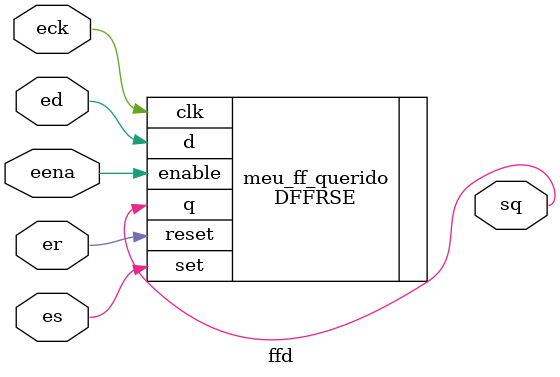
<source format=v>
module ffd (
input	ed,
input	eck,
input	er,
input	es,
input   eena,
output  sq);


    DFFRSE meu_ff_querido(	.q(sq), 
							.d(ed), 
							.clk(eck), 
							.reset(er), 
							.set(es), 
							.enable(eena));
    


endmodule


</source>
